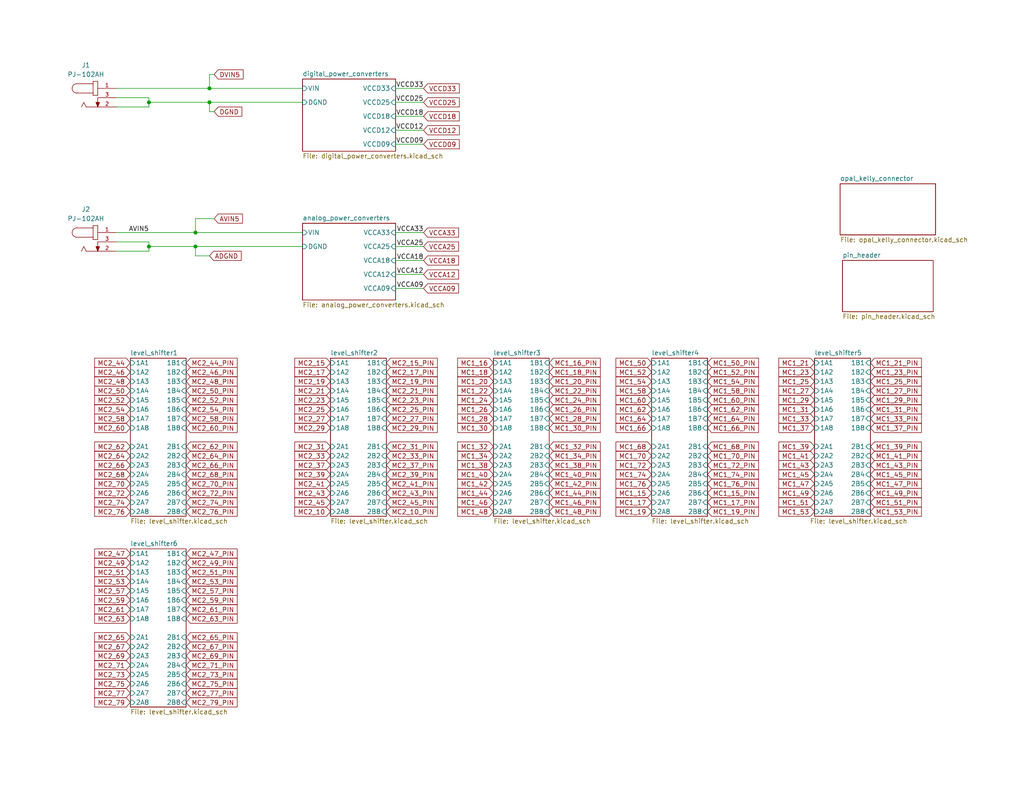
<source format=kicad_sch>
(kicad_sch (version 20231120) (generator "eeschema") (generator_version "8.0")
  (paper "USLetter")
  (lib_symbols
    (symbol "PJ-102AH_1" (pin_names (offset 1.016))
      (property "Reference" "J" (at -7.6258 5.0838 0))
      (property "Value" "PJ-102AH" (at -7.6296 -5.0864 0))
      (symbol "PJ-102AH_1_0_0"
        (arc (start -5.715 3.81) (mid -6.9794 2.54) (end -5.715 1.27) (stroke (width 0.1524)))
        (polyline (pts (xy -5.715 3.81) (xy -1.27 3.81)) (stroke (width 0.1524)))
        (polyline (pts (xy -3.81 -1.27) (xy -4.445 -2.54)) (stroke (width 0.1524)))
        (polyline (pts (xy -3.175 -2.54) (xy -3.81 -1.27)) (stroke (width 0.1524)))
        (polyline (pts (xy -1.27 0.635) (xy 0 0.635)) (stroke (width 0.1524)))
        (polyline (pts (xy -1.27 1.27) (xy -5.715 1.27)) (stroke (width 0.1524)))
        (polyline (pts (xy -1.27 1.27) (xy -1.27 0.635)) (stroke (width 0.1524)))
        (polyline (pts (xy -1.27 3.81) (xy -1.27 1.27)) (stroke (width 0.1524)))
        (polyline (pts (xy -1.27 4.445) (xy -1.27 3.81)) (stroke (width 0.1524)))
        (polyline (pts (xy 0 -2.54) (xy -3.175 -2.54)) (stroke (width 0.1524)))
        (polyline (pts (xy 0 0) (xy 0 -2.54)) (stroke (width 0.1524)))
        (polyline (pts (xy 0 0.635) (xy 0 4.445)) (stroke (width 0.1524)))
        (polyline (pts (xy 0 4.445) (xy -1.27 4.445)) (stroke (width 0.1524)))
        (polyline (pts (xy 0 -2.54) (xy -0.508 -1.27) (xy 0.508 -1.27) (xy 0 -2.54)) (stroke (width 0.1524)) (fill (type outline)))
        (pin passive line (at 5.08 2.54 180) (length 5.08) (name "~") (number "1"))
        (pin passive line (at 5.08 -2.54 180) (length 5.08) (name "~") (number "2"))
        (pin passive line (at 5.08 0 180) (length 5.08) (name "~") (number "3"))
      )
    )
  )
  (junction (at 53.34 63.5))
  (junction (at 40.64 67.31))
  (junction (at 57.15 27.94))
  (junction (at 57.15 24.13))
  (junction (at 53.34 67.31))
  (junction (at 40.64 27.94))
  (wire (pts (xy 58.42 30.48) (xy 57.15 30.48)))
  (wire (pts (xy 58.42 20.32) (xy 57.15 20.32)))
  (wire (pts (xy 57.15 27.94) (xy 82.55 27.94)))
  (wire (pts (xy 40.64 26.67) (xy 40.64 27.94)))
  (wire (pts (xy 57.15 24.13) (xy 82.55 24.13)))
  (wire (pts (xy 53.34 59.69) (xy 53.34 63.5)))
  (wire (pts (xy 57.15 69.85) (xy 53.34 69.85)))
  (wire (pts (xy 40.64 27.94) (xy 57.15 27.94)))
  (wire (pts (xy 31.75 68.58) (xy 40.64 68.58)))
  (wire (pts (xy 40.64 27.94) (xy 40.64 29.21)))
  (wire (pts (xy 53.34 63.5) (xy 82.55 63.5)))
  (wire (pts (xy 31.75 26.67) (xy 40.64 26.67)))
  (wire (pts (xy 107.95 67.31) (xy 115.57 67.31)))
  (wire (pts (xy 53.34 67.31) (xy 82.55 67.31)))
  (wire (pts (xy 57.15 30.48) (xy 57.15 27.94)))
  (wire (pts (xy 107.95 71.12) (xy 115.57 71.12)))
  (wire (pts (xy 31.75 63.5) (xy 53.34 63.5)))
  (wire (pts (xy 58.42 59.69) (xy 53.34 59.69)))
  (wire (pts (xy 40.64 67.31) (xy 40.64 68.58)))
  (wire (pts (xy 107.95 78.74) (xy 115.57 78.74)))
  (wire (pts (xy 31.75 66.04) (xy 40.64 66.04)))
  (wire (pts (xy 31.75 24.13) (xy 57.15 24.13)))
  (wire (pts (xy 107.95 39.37) (xy 115.57 39.37)))
  (wire (pts (xy 53.34 69.85) (xy 53.34 67.31)))
  (wire (pts (xy 107.95 31.75) (xy 115.57 31.75)))
  (wire (pts (xy 57.15 20.32) (xy 57.15 24.13)))
  (wire (pts (xy 40.64 67.31) (xy 53.34 67.31)))
  (wire (pts (xy 107.95 63.5) (xy 115.57 63.5)))
  (wire (pts (xy 107.95 74.93) (xy 115.57 74.93)))
  (wire (pts (xy 107.95 35.56) (xy 115.57 35.56)))
  (wire (pts (xy 107.95 24.13) (xy 115.57 24.13)))
  (wire (pts (xy 40.64 66.04) (xy 40.64 67.31)))
  (wire (pts (xy 107.95 27.94) (xy 115.57 27.94)))
  (wire (pts (xy 31.75 29.21) (xy 40.64 29.21)))
  (label "AVIN5" (at 40.64 63.5 180))
  (label "VCCA25" (at 115.57 67.31 180))
  (label "VCCD09" (at 115.57 39.37 180))
  (label "VCCD25" (at 115.57 27.94 180))
  (label "VCCD18" (at 115.57 31.75 180))
  (label "VCCD33" (at 115.57 24.13 180))
  (label "VCCA18" (at 115.57 71.12 180))
  (label "VCCD12" (at 115.57 35.56 180))
  (label "VCCA33" (at 115.57 63.5 180))
  (label "VCCA12" (at 115.57 74.93 180))
  (label "VCCA09" (at 115.57 78.74 180))
  (global_label "MC1_29_PIN" (shape input) (at 237.49 109.22 0) (property "Intersheetrefs" "${INTERSHEET_REFS}" (effects (hide yes))))
  (global_label "MC1_54" (shape input) (at 177.8 104.14 180) (property "Intersheetrefs" "${INTERSHEET_REFS}" (effects (hide yes))))
  (global_label "MC2_52_PIN" (shape input) (at 50.8 109.22 0) (property "Intersheetrefs" "${INTERSHEET_REFS}" (effects (hide yes))))
  (global_label "MC1_68" (shape input) (at 177.8 121.92 180) (property "Intersheetrefs" "${INTERSHEET_REFS}" (effects (hide yes))))
  (global_label "MC2_67" (shape input) (at 35.56 176.53 180) (property "Intersheetrefs" "${INTERSHEET_REFS}" (effects (hide yes))))
  (global_label "MC2_68" (shape input) (at 35.56 129.54 180) (property "Intersheetrefs" "${INTERSHEET_REFS}" (effects (hide yes))))
  (global_label "MC2_23_PIN" (shape input) (at 105.41 109.22 0) (property "Intersheetrefs" "${INTERSHEET_REFS}" (effects (hide yes))))
  (global_label "MC1_43" (shape input) (at 222.25 127 180) (property "Intersheetrefs" "${INTERSHEET_REFS}" (effects (hide yes))))
  (global_label "MC1_74_PIN" (shape input) (at 193.04 129.54 0) (property "Intersheetrefs" "${INTERSHEET_REFS}" (effects (hide yes))))
  (global_label "MC1_52_PIN" (shape input) (at 193.04 101.6 0) (property "Intersheetrefs" "${INTERSHEET_REFS}" (effects (hide yes))))
  (global_label "MC2_23" (shape input) (at 90.17 109.22 180) (property "Intersheetrefs" "${INTERSHEET_REFS}" (effects (hide yes))))
  (global_label "MC2_52" (shape input) (at 35.56 109.22 180) (property "Intersheetrefs" "${INTERSHEET_REFS}" (effects (hide yes))))
  (global_label "MC1_39_PIN" (shape input) (at 237.49 121.92 0) (property "Intersheetrefs" "${INTERSHEET_REFS}" (effects (hide yes))))
  (global_label "MC1_60_PIN" (shape input) (at 193.04 109.22 0) (property "Intersheetrefs" "${INTERSHEET_REFS}" (effects (hide yes))))
  (global_label "AVIN5" (shape input) (at 58.42 59.69 0) (property "Intersheetrefs" "${INTERSHEET_REFS}" (effects (hide yes))))
  (global_label "MC2_59_PIN" (shape input) (at 50.8 163.83 0) (property "Intersheetrefs" "${INTERSHEET_REFS}" (effects (hide yes))))
  (global_label "MC2_31_PIN" (shape input) (at 105.41 121.92 0) (property "Intersheetrefs" "${INTERSHEET_REFS}" (effects (hide yes))))
  (global_label "MC1_60" (shape input) (at 177.8 109.22 180) (property "Intersheetrefs" "${INTERSHEET_REFS}" (effects (hide yes))))
  (global_label "VCCD09" (shape input) (at 115.57 39.37 0) (property "Intersheetrefs" "${INTERSHEET_REFS}" (effects (hide yes))))
  (global_label "MC2_63_PIN" (shape input) (at 50.8 168.91 0) (property "Intersheetrefs" "${INTERSHEET_REFS}" (effects (hide yes))))
  (global_label "MC1_20" (shape input) (at 134.62 104.14 180) (property "Intersheetrefs" "${INTERSHEET_REFS}" (effects (hide yes))))
  (global_label "MC2_17_PIN" (shape input) (at 105.41 101.6 0) (property "Intersheetrefs" "${INTERSHEET_REFS}" (effects (hide yes))))
  (global_label "MC2_69_PIN" (shape input) (at 50.8 179.07 0) (property "Intersheetrefs" "${INTERSHEET_REFS}" (effects (hide yes))))
  (global_label "MC2_74" (shape input) (at 35.56 137.16 180) (property "Intersheetrefs" "${INTERSHEET_REFS}" (effects (hide yes))))
  (global_label "MC1_64_PIN" (shape input) (at 193.04 114.3 0) (property "Intersheetrefs" "${INTERSHEET_REFS}" (effects (hide yes))))
  (global_label "MC1_19_PIN" (shape input) (at 193.04 139.7 0) (property "Intersheetrefs" "${INTERSHEET_REFS}" (effects (hide yes))))
  (global_label "MC1_50" (shape input) (at 177.8 99.06 180) (property "Intersheetrefs" "${INTERSHEET_REFS}" (effects (hide yes))))
  (global_label "MC1_58" (shape input) (at 177.8 106.68 180) (property "Intersheetrefs" "${INTERSHEET_REFS}" (effects (hide yes))))
  (global_label "MC2_54" (shape input) (at 35.56 111.76 180) (property "Intersheetrefs" "${INTERSHEET_REFS}" (effects (hide yes))))
  (global_label "MC2_48_PIN" (shape input) (at 50.8 104.14 0) (property "Intersheetrefs" "${INTERSHEET_REFS}" (effects (hide yes))))
  (global_label "MC1_64" (shape input) (at 177.8 114.3 180) (property "Intersheetrefs" "${INTERSHEET_REFS}" (effects (hide yes))))
  (global_label "MC2_45_PIN" (shape input) (at 105.41 137.16 0) (property "Intersheetrefs" "${INTERSHEET_REFS}" (effects (hide yes))))
  (global_label "VCCA33" (shape input) (at 115.57 63.5 0) (property "Intersheetrefs" "${INTERSHEET_REFS}" (effects (hide yes))))
  (global_label "MC2_50" (shape input) (at 35.56 106.68 180) (property "Intersheetrefs" "${INTERSHEET_REFS}" (effects (hide yes))))
  (global_label "MC1_15_PIN" (shape input) (at 193.04 134.62 0) (property "Intersheetrefs" "${INTERSHEET_REFS}" (effects (hide yes))))
  (global_label "MC2_73" (shape input) (at 35.56 184.15 180) (property "Intersheetrefs" "${INTERSHEET_REFS}" (effects (hide yes))))
  (global_label "MC2_41" (shape input) (at 90.17 132.08 180) (property "Intersheetrefs" "${INTERSHEET_REFS}" (effects (hide yes))))
  (global_label "MC2_79_PIN" (shape input) (at 50.8 191.77 0) (property "Intersheetrefs" "${INTERSHEET_REFS}" (effects (hide yes))))
  (global_label "MC2_39_PIN" (shape input) (at 105.41 129.54 0) (property "Intersheetrefs" "${INTERSHEET_REFS}" (effects (hide yes))))
  (global_label "MC1_26_PIN" (shape input) (at 149.86 111.76 0) (property "Intersheetrefs" "${INTERSHEET_REFS}" (effects (hide yes))))
  (global_label "MC2_57" (shape input) (at 35.56 161.29 180) (property "Intersheetrefs" "${INTERSHEET_REFS}" (effects (hide yes))))
  (global_label "MC2_19_PIN" (shape input) (at 105.41 104.14 0) (property "Intersheetrefs" "${INTERSHEET_REFS}" (effects (hide yes))))
  (global_label "MC2_74_PIN" (shape input) (at 50.8 137.16 0) (property "Intersheetrefs" "${INTERSHEET_REFS}" (effects (hide yes))))
  (global_label "MC1_20_PIN" (shape input) (at 149.86 104.14 0) (property "Intersheetrefs" "${INTERSHEET_REFS}" (effects (hide yes))))
  (global_label "MC2_15_PIN" (shape input) (at 105.41 99.06 0) (property "Intersheetrefs" "${INTERSHEET_REFS}" (effects (hide yes))))
  (global_label "MC2_58_PIN" (shape input) (at 50.8 114.3 0) (property "Intersheetrefs" "${INTERSHEET_REFS}" (effects (hide yes))))
  (global_label "MC1_17_PIN" (shape input) (at 193.04 137.16 0) (property "Intersheetrefs" "${INTERSHEET_REFS}" (effects (hide yes))))
  (global_label "VCCD12" (shape input) (at 115.57 35.56 0) (property "Intersheetrefs" "${INTERSHEET_REFS}" (effects (hide yes))))
  (global_label "MC2_54_PIN" (shape input) (at 50.8 111.76 0) (property "Intersheetrefs" "${INTERSHEET_REFS}" (effects (hide yes))))
  (global_label "MC1_72_PIN" (shape input) (at 193.04 127 0) (property "Intersheetrefs" "${INTERSHEET_REFS}" (effects (hide yes))))
  (global_label "MC1_16_PIN" (shape input) (at 149.86 99.06 0) (property "Intersheetrefs" "${INTERSHEET_REFS}" (effects (hide yes))))
  (global_label "MC1_48_PIN" (shape input) (at 149.86 139.7 0) (property "Intersheetrefs" "${INTERSHEET_REFS}" (effects (hide yes))))
  (global_label "MC2_59" (shape input) (at 35.56 163.83 180) (property "Intersheetrefs" "${INTERSHEET_REFS}" (effects (hide yes))))
  (global_label "MC2_75_PIN" (shape input) (at 50.8 186.69 0) (property "Intersheetrefs" "${INTERSHEET_REFS}" (effects (hide yes))))
  (global_label "MC2_73_PIN" (shape input) (at 50.8 184.15 0) (property "Intersheetrefs" "${INTERSHEET_REFS}" (effects (hide yes))))
  (global_label "MC2_51" (shape input) (at 35.56 156.21 180) (property "Intersheetrefs" "${INTERSHEET_REFS}" (effects (hide yes))))
  (global_label "MC1_70" (shape input) (at 177.8 124.46 180) (property "Intersheetrefs" "${INTERSHEET_REFS}" (effects (hide yes))))
  (global_label "MC2_62" (shape input) (at 35.56 121.92 180) (property "Intersheetrefs" "${INTERSHEET_REFS}" (effects (hide yes))))
  (global_label "MC1_16" (shape input) (at 134.62 99.06 180) (property "Intersheetrefs" "${INTERSHEET_REFS}" (effects (hide yes))))
  (global_label "MC2_10_PIN" (shape input) (at 105.41 139.7 0) (property "Intersheetrefs" "${INTERSHEET_REFS}" (effects (hide yes))))
  (global_label "MC2_27" (shape input) (at 90.17 114.3 180) (property "Intersheetrefs" "${INTERSHEET_REFS}" (effects (hide yes))))
  (global_label "MC2_33_PIN" (shape input) (at 105.41 124.46 0) (property "Intersheetrefs" "${INTERSHEET_REFS}" (effects (hide yes))))
  (global_label "MC2_39" (shape input) (at 90.17 129.54 180) (property "Intersheetrefs" "${INTERSHEET_REFS}" (effects (hide yes))))
  (global_label "MC2_77_PIN" (shape input) (at 50.8 189.23 0) (property "Intersheetrefs" "${INTERSHEET_REFS}" (effects (hide yes))))
  (global_label "MC1_45_PIN" (shape input) (at 237.49 129.54 0) (property "Intersheetrefs" "${INTERSHEET_REFS}" (effects (hide yes))))
  (global_label "MC1_34_PIN" (shape input) (at 149.86 124.46 0) (property "Intersheetrefs" "${INTERSHEET_REFS}" (effects (hide yes))))
  (global_label "MC2_21_PIN" (shape input) (at 105.41 106.68 0) (property "Intersheetrefs" "${INTERSHEET_REFS}" (effects (hide yes))))
  (global_label "MC1_27_PIN" (shape input) (at 237.49 106.68 0) (property "Intersheetrefs" "${INTERSHEET_REFS}" (effects (hide yes))))
  (global_label "MC1_19" (shape input) (at 177.8 139.7 180) (property "Intersheetrefs" "${INTERSHEET_REFS}" (effects (hide yes))))
  (global_label "MC1_49" (shape input) (at 222.25 134.62 180) (property "Intersheetrefs" "${INTERSHEET_REFS}" (effects (hide yes))))
  (global_label "MC1_18" (shape input) (at 134.62 101.6 180) (property "Intersheetrefs" "${INTERSHEET_REFS}" (effects (hide yes))))
  (global_label "MC1_46_PIN" (shape input) (at 149.86 137.16 0) (property "Intersheetrefs" "${INTERSHEET_REFS}" (effects (hide yes))))
  (global_label "MC1_52" (shape input) (at 177.8 101.6 180) (property "Intersheetrefs" "${INTERSHEET_REFS}" (effects (hide yes))))
  (global_label "MC1_66_PIN" (shape input) (at 193.04 116.84 0) (property "Intersheetrefs" "${INTERSHEET_REFS}" (effects (hide yes))))
  (global_label "MC2_41_PIN" (shape input) (at 105.41 132.08 0) (property "Intersheetrefs" "${INTERSHEET_REFS}" (effects (hide yes))))
  (global_label "DGND" (shape input) (at 58.42 30.48 0) (property "Intersheetrefs" "${INTERSHEET_REFS}" (effects (hide yes))))
  (global_label "MC1_51_PIN" (shape input) (at 237.49 137.16 0) (property "Intersheetrefs" "${INTERSHEET_REFS}" (effects (hide yes))))
  (global_label "MC1_24_PIN" (shape input) (at 149.86 109.22 0) (property "Intersheetrefs" "${INTERSHEET_REFS}" (effects (hide yes))))
  (global_label "MC2_25" (shape input) (at 90.17 111.76 180) (property "Intersheetrefs" "${INTERSHEET_REFS}" (effects (hide yes))))
  (global_label "VCCA25" (shape input) (at 115.57 67.31 0) (property "Intersheetrefs" "${INTERSHEET_REFS}" (effects (hide yes))))
  (global_label "MC1_21_PIN" (shape input) (at 237.49 99.06 0) (property "Intersheetrefs" "${INTERSHEET_REFS}" (effects (hide yes))))
  (global_label "MC1_37_PIN" (shape input) (at 237.49 116.84 0) (property "Intersheetrefs" "${INTERSHEET_REFS}" (effects (hide yes))))
  (global_label "MC1_22" (shape input) (at 134.62 106.68 180) (property "Intersheetrefs" "${INTERSHEET_REFS}" (effects (hide yes))))
  (global_label "MC1_23_PIN" (shape input) (at 237.49 101.6 0) (property "Intersheetrefs" "${INTERSHEET_REFS}" (effects (hide yes))))
  (global_label "MC1_25_PIN" (shape input) (at 237.49 104.14 0) (property "Intersheetrefs" "${INTERSHEET_REFS}" (effects (hide yes))))
  (global_label "MC2_60_PIN" (shape input) (at 50.8 116.84 0) (property "Intersheetrefs" "${INTERSHEET_REFS}" (effects (hide yes))))
  (global_label "MC2_75" (shape input) (at 35.56 186.69 180) (property "Intersheetrefs" "${INTERSHEET_REFS}" (effects (hide yes))))
  (global_label "MC1_74" (shape input) (at 177.8 129.54 180) (property "Intersheetrefs" "${INTERSHEET_REFS}" (effects (hide yes))))
  (global_label "MC2_79" (shape input) (at 35.56 191.77 180) (property "Intersheetrefs" "${INTERSHEET_REFS}" (effects (hide yes))))
  (global_label "MC1_62" (shape input) (at 177.8 111.76 180) (property "Intersheetrefs" "${INTERSHEET_REFS}" (effects (hide yes))))
  (global_label "MC2_76_PIN" (shape input) (at 50.8 139.7 0) (property "Intersheetrefs" "${INTERSHEET_REFS}" (effects (hide yes))))
  (global_label "MC2_49_PIN" (shape input) (at 50.8 153.67 0) (property "Intersheetrefs" "${INTERSHEET_REFS}" (effects (hide yes))))
  (global_label "MC2_27_PIN" (shape input) (at 105.41 114.3 0) (property "Intersheetrefs" "${INTERSHEET_REFS}" (effects (hide yes))))
  (global_label "MC1_66" (shape input) (at 177.8 116.84 180) (property "Intersheetrefs" "${INTERSHEET_REFS}" (effects (hide yes))))
  (global_label "MC1_72" (shape input) (at 177.8 127 180) (property "Intersheetrefs" "${INTERSHEET_REFS}" (effects (hide yes))))
  (global_label "MC1_29" (shape input) (at 222.25 109.22 180) (property "Intersheetrefs" "${INTERSHEET_REFS}" (effects (hide yes))))
  (global_label "MC2_66_PIN" (shape input) (at 50.8 127 0) (property "Intersheetrefs" "${INTERSHEET_REFS}" (effects (hide yes))))
  (global_label "VCCD25" (shape input) (at 115.57 27.94 0) (property "Intersheetrefs" "${INTERSHEET_REFS}" (effects (hide yes))))
  (global_label "MC2_72_PIN" (shape input) (at 50.8 134.62 0) (property "Intersheetrefs" "${INTERSHEET_REFS}" (effects (hide yes))))
  (global_label "MC1_17" (shape input) (at 177.8 137.16 180) (property "Intersheetrefs" "${INTERSHEET_REFS}" (effects (hide yes))))
  (global_label "MC2_58" (shape input) (at 35.56 114.3 180) (property "Intersheetrefs" "${INTERSHEET_REFS}" (effects (hide yes))))
  (global_label "MC2_47" (shape input) (at 35.56 151.13 180) (property "Intersheetrefs" "${INTERSHEET_REFS}" (effects (hide yes))))
  (global_label "MC1_45" (shape input) (at 222.25 129.54 180) (property "Intersheetrefs" "${INTERSHEET_REFS}" (effects (hide yes))))
  (global_label "ADGND" (shape input) (at 57.15 69.85 0) (property "Intersheetrefs" "${INTERSHEET_REFS}" (effects (hide yes))))
  (global_label "MC1_48" (shape input) (at 134.62 139.7 180) (property "Intersheetrefs" "${INTERSHEET_REFS}" (effects (hide yes))))
  (global_label "MC1_22_PIN" (shape input) (at 149.86 106.68 0) (property "Intersheetrefs" "${INTERSHEET_REFS}" (effects (hide yes))))
  (global_label "VCCA12" (shape input) (at 115.57 74.93 0) (property "Intersheetrefs" "${INTERSHEET_REFS}" (effects (hide yes))))
  (global_label "MC2_60" (shape input) (at 35.56 116.84 180) (property "Intersheetrefs" "${INTERSHEET_REFS}" (effects (hide yes))))
  (global_label "MC2_37_PIN" (shape input) (at 105.41 127 0) (property "Intersheetrefs" "${INTERSHEET_REFS}" (effects (hide yes))))
  (global_label "MC2_46" (shape input) (at 35.56 101.6 180) (property "Intersheetrefs" "${INTERSHEET_REFS}" (effects (hide yes))))
  (global_label "MC2_44" (shape input) (at 35.56 99.06 180) (property "Intersheetrefs" "${INTERSHEET_REFS}" (effects (hide yes))))
  (global_label "MC1_32" (shape input) (at 134.62 121.92 180) (property "Intersheetrefs" "${INTERSHEET_REFS}" (effects (hide yes))))
  (global_label "MC2_29_PIN" (shape input) (at 105.41 116.84 0) (property "Intersheetrefs" "${INTERSHEET_REFS}" (effects (hide yes))))
  (global_label "MC1_51" (shape input) (at 222.25 137.16 180) (property "Intersheetrefs" "${INTERSHEET_REFS}" (effects (hide yes))))
  (global_label "VCCD33" (shape input) (at 115.57 24.13 0) (property "Intersheetrefs" "${INTERSHEET_REFS}" (effects (hide yes))))
  (global_label "MC1_18_PIN" (shape input) (at 149.86 101.6 0) (property "Intersheetrefs" "${INTERSHEET_REFS}" (effects (hide yes))))
  (global_label "MC1_46" (shape input) (at 134.62 137.16 180) (property "Intersheetrefs" "${INTERSHEET_REFS}" (effects (hide yes))))
  (global_label "MC2_33" (shape input) (at 90.17 124.46 180) (property "Intersheetrefs" "${INTERSHEET_REFS}" (effects (hide yes))))
  (global_label "MC1_30_PIN" (shape input) (at 149.86 116.84 0) (property "Intersheetrefs" "${INTERSHEET_REFS}" (effects (hide yes))))
  (global_label "MC2_31" (shape input) (at 90.17 121.92 180) (property "Intersheetrefs" "${INTERSHEET_REFS}" (effects (hide yes))))
  (global_label "MC2_46_PIN" (shape input) (at 50.8 101.6 0) (property "Intersheetrefs" "${INTERSHEET_REFS}" (effects (hide yes))))
  (global_label "MC1_28" (shape input) (at 134.62 114.3 180) (property "Intersheetrefs" "${INTERSHEET_REFS}" (effects (hide yes))))
  (global_label "MC2_64_PIN" (shape input) (at 50.8 124.46 0) (property "Intersheetrefs" "${INTERSHEET_REFS}" (effects (hide yes))))
  (global_label "MC1_62_PIN" (shape input) (at 193.04 111.76 0) (property "Intersheetrefs" "${INTERSHEET_REFS}" (effects (hide yes))))
  (global_label "MC1_49_PIN" (shape input) (at 237.49 134.62 0) (property "Intersheetrefs" "${INTERSHEET_REFS}" (effects (hide yes))))
  (global_label "MC2_71_PIN" (shape input) (at 50.8 181.61 0) (property "Intersheetrefs" "${INTERSHEET_REFS}" (effects (hide yes))))
  (global_label "MC1_33_PIN" (shape input) (at 237.49 114.3 0) (property "Intersheetrefs" "${INTERSHEET_REFS}" (effects (hide yes))))
  (global_label "MC2_63" (shape input) (at 35.56 168.91 180) (property "Intersheetrefs" "${INTERSHEET_REFS}" (effects (hide yes))))
  (global_label "DVIN5" (shape input) (at 58.42 20.32 0) (property "Intersheetrefs" "${INTERSHEET_REFS}" (effects (hide yes))))
  (global_label "MC1_47_PIN" (shape input) (at 237.49 132.08 0) (property "Intersheetrefs" "${INTERSHEET_REFS}" (effects (hide yes))))
  (global_label "MC1_40_PIN" (shape input) (at 149.86 129.54 0) (property "Intersheetrefs" "${INTERSHEET_REFS}" (effects (hide yes))))
  (global_label "MC2_48" (shape input) (at 35.56 104.14 180) (property "Intersheetrefs" "${INTERSHEET_REFS}" (effects (hide yes))))
  (global_label "MC1_70_PIN" (shape input) (at 193.04 124.46 0) (property "Intersheetrefs" "${INTERSHEET_REFS}" (effects (hide yes))))
  (global_label "MC2_68_PIN" (shape input) (at 50.8 129.54 0) (property "Intersheetrefs" "${INTERSHEET_REFS}" (effects (hide yes))))
  (global_label "MC2_67_PIN" (shape input) (at 50.8 176.53 0) (property "Intersheetrefs" "${INTERSHEET_REFS}" (effects (hide yes))))
  (global_label "MC1_44_PIN" (shape input) (at 149.86 134.62 0) (property "Intersheetrefs" "${INTERSHEET_REFS}" (effects (hide yes))))
  (global_label "MC2_77" (shape input) (at 35.56 189.23 180) (property "Intersheetrefs" "${INTERSHEET_REFS}" (effects (hide yes))))
  (global_label "MC2_65_PIN" (shape input) (at 50.8 173.99 0) (property "Intersheetrefs" "${INTERSHEET_REFS}" (effects (hide yes))))
  (global_label "MC1_33" (shape input) (at 222.25 114.3 180) (property "Intersheetrefs" "${INTERSHEET_REFS}" (effects (hide yes))))
  (global_label "MC2_64" (shape input) (at 35.56 124.46 180) (property "Intersheetrefs" "${INTERSHEET_REFS}" (effects (hide yes))))
  (global_label "MC1_31" (shape input) (at 222.25 111.76 180) (property "Intersheetrefs" "${INTERSHEET_REFS}" (effects (hide yes))))
  (global_label "MC1_53" (shape input) (at 222.25 139.7 180) (property "Intersheetrefs" "${INTERSHEET_REFS}" (effects (hide yes))))
  (global_label "MC1_26" (shape input) (at 134.62 111.76 180) (property "Intersheetrefs" "${INTERSHEET_REFS}" (effects (hide yes))))
  (global_label "MC2_70" (shape input) (at 35.56 132.08 180) (property "Intersheetrefs" "${INTERSHEET_REFS}" (effects (hide yes))))
  (global_label "MC2_71" (shape input) (at 35.56 181.61 180) (property "Intersheetrefs" "${INTERSHEET_REFS}" (effects (hide yes))))
  (global_label "MC2_66" (shape input) (at 35.56 127 180) (property "Intersheetrefs" "${INTERSHEET_REFS}" (effects (hide yes))))
  (global_label "MC2_17" (shape input) (at 90.17 101.6 180) (property "Intersheetrefs" "${INTERSHEET_REFS}" (effects (hide yes))))
  (global_label "MC2_37" (shape input) (at 90.17 127 180) (property "Intersheetrefs" "${INTERSHEET_REFS}" (effects (hide yes))))
  (global_label "MC1_30" (shape input) (at 134.62 116.84 180) (property "Intersheetrefs" "${INTERSHEET_REFS}" (effects (hide yes))))
  (global_label "MC1_42" (shape input) (at 134.62 132.08 180) (property "Intersheetrefs" "${INTERSHEET_REFS}" (effects (hide yes))))
  (global_label "MC1_41" (shape input) (at 222.25 124.46 180) (property "Intersheetrefs" "${INTERSHEET_REFS}" (effects (hide yes))))
  (global_label "MC2_72" (shape input) (at 35.56 134.62 180) (property "Intersheetrefs" "${INTERSHEET_REFS}" (effects (hide yes))))
  (global_label "MC2_69" (shape input) (at 35.56 179.07 180) (property "Intersheetrefs" "${INTERSHEET_REFS}" (effects (hide yes))))
  (global_label "MC2_29" (shape input) (at 90.17 116.84 180) (property "Intersheetrefs" "${INTERSHEET_REFS}" (effects (hide yes))))
  (global_label "MC1_32_PIN" (shape input) (at 149.86 121.92 0) (property "Intersheetrefs" "${INTERSHEET_REFS}" (effects (hide yes))))
  (global_label "MC1_31_PIN" (shape input) (at 237.49 111.76 0) (property "Intersheetrefs" "${INTERSHEET_REFS}" (effects (hide yes))))
  (global_label "MC1_76_PIN" (shape input) (at 193.04 132.08 0) (property "Intersheetrefs" "${INTERSHEET_REFS}" (effects (hide yes))))
  (global_label "MC1_41_PIN" (shape input) (at 237.49 124.46 0) (property "Intersheetrefs" "${INTERSHEET_REFS}" (effects (hide yes))))
  (global_label "MC1_47" (shape input) (at 222.25 132.08 180) (property "Intersheetrefs" "${INTERSHEET_REFS}" (effects (hide yes))))
  (global_label "MC1_76" (shape input) (at 177.8 132.08 180) (property "Intersheetrefs" "${INTERSHEET_REFS}" (effects (hide yes))))
  (global_label "MC2_65" (shape input) (at 35.56 173.99 180) (property "Intersheetrefs" "${INTERSHEET_REFS}" (effects (hide yes))))
  (global_label "MC2_21" (shape input) (at 90.17 106.68 180) (property "Intersheetrefs" "${INTERSHEET_REFS}" (effects (hide yes))))
  (global_label "MC1_42_PIN" (shape input) (at 149.86 132.08 0) (property "Intersheetrefs" "${INTERSHEET_REFS}" (effects (hide yes))))
  (global_label "VCCD18" (shape input) (at 115.57 31.75 0) (property "Intersheetrefs" "${INTERSHEET_REFS}" (effects (hide yes))))
  (global_label "MC2_49" (shape input) (at 35.56 153.67 180) (property "Intersheetrefs" "${INTERSHEET_REFS}" (effects (hide yes))))
  (global_label "MC2_61" (shape input) (at 35.56 166.37 180) (property "Intersheetrefs" "${INTERSHEET_REFS}" (effects (hide yes))))
  (global_label "MC1_25" (shape input) (at 222.25 104.14 180) (property "Intersheetrefs" "${INTERSHEET_REFS}" (effects (hide yes))))
  (global_label "MC2_51_PIN" (shape input) (at 50.8 156.21 0) (property "Intersheetrefs" "${INTERSHEET_REFS}" (effects (hide yes))))
  (global_label "MC2_61_PIN" (shape input) (at 50.8 166.37 0) (property "Intersheetrefs" "${INTERSHEET_REFS}" (effects (hide yes))))
  (global_label "MC1_28_PIN" (shape input) (at 149.86 114.3 0) (property "Intersheetrefs" "${INTERSHEET_REFS}" (effects (hide yes))))
  (global_label "MC1_21" (shape input) (at 222.25 99.06 180) (property "Intersheetrefs" "${INTERSHEET_REFS}" (effects (hide yes))))
  (global_label "MC1_40" (shape input) (at 134.62 129.54 180) (property "Intersheetrefs" "${INTERSHEET_REFS}" (effects (hide yes))))
  (global_label "VCCA09" (shape input) (at 115.57 78.74 0) (property "Intersheetrefs" "${INTERSHEET_REFS}" (effects (hide yes))))
  (global_label "MC2_57_PIN" (shape input) (at 50.8 161.29 0) (property "Intersheetrefs" "${INTERSHEET_REFS}" (effects (hide yes))))
  (global_label "MC1_15" (shape input) (at 177.8 134.62 180) (property "Intersheetrefs" "${INTERSHEET_REFS}" (effects (hide yes))))
  (global_label "MC2_44_PIN" (shape input) (at 50.8 99.06 0) (property "Intersheetrefs" "${INTERSHEET_REFS}" (effects (hide yes))))
  (global_label "MC2_25_PIN" (shape input) (at 105.41 111.76 0) (property "Intersheetrefs" "${INTERSHEET_REFS}" (effects (hide yes))))
  (global_label "MC2_43_PIN" (shape input) (at 105.41 134.62 0) (property "Intersheetrefs" "${INTERSHEET_REFS}" (effects (hide yes))))
  (global_label "MC1_68_PIN" (shape input) (at 193.04 121.92 0) (property "Intersheetrefs" "${INTERSHEET_REFS}" (effects (hide yes))))
  (global_label "MC2_47_PIN" (shape input) (at 50.8 151.13 0) (property "Intersheetrefs" "${INTERSHEET_REFS}" (effects (hide yes))))
  (global_label "MC1_39" (shape input) (at 222.25 121.92 180) (property "Intersheetrefs" "${INTERSHEET_REFS}" (effects (hide yes))))
  (global_label "MC2_15" (shape input) (at 90.17 99.06 180) (property "Intersheetrefs" "${INTERSHEET_REFS}" (effects (hide yes))))
  (global_label "MC1_44" (shape input) (at 134.62 134.62 180) (property "Intersheetrefs" "${INTERSHEET_REFS}" (effects (hide yes))))
  (global_label "MC1_58_PIN" (shape input) (at 193.04 106.68 0) (property "Intersheetrefs" "${INTERSHEET_REFS}" (effects (hide yes))))
  (global_label "MC2_50_PIN" (shape input) (at 50.8 106.68 0) (property "Intersheetrefs" "${INTERSHEET_REFS}" (effects (hide yes))))
  (global_label "MC2_53" (shape input) (at 35.56 158.75 180) (property "Intersheetrefs" "${INTERSHEET_REFS}" (effects (hide yes))))
  (global_label "MC2_70_PIN" (shape input) (at 50.8 132.08 0) (property "Intersheetrefs" "${INTERSHEET_REFS}" (effects (hide yes))))
  (global_label "MC1_53_PIN" (shape input) (at 237.49 139.7 0) (property "Intersheetrefs" "${INTERSHEET_REFS}" (effects (hide yes))))
  (global_label "MC2_76" (shape input) (at 35.56 139.7 180) (property "Intersheetrefs" "${INTERSHEET_REFS}" (effects (hide yes))))
  (global_label "VCCA18" (shape input) (at 115.57 71.12 0) (property "Intersheetrefs" "${INTERSHEET_REFS}" (effects (hide yes))))
  (global_label "MC1_27" (shape input) (at 222.25 106.68 180) (property "Intersheetrefs" "${INTERSHEET_REFS}" (effects (hide yes))))
  (global_label "MC1_43_PIN" (shape input) (at 237.49 127 0) (property "Intersheetrefs" "${INTERSHEET_REFS}" (effects (hide yes))))
  (global_label "MC2_53_PIN" (shape input) (at 50.8 158.75 0) (property "Intersheetrefs" "${INTERSHEET_REFS}" (effects (hide yes))))
  (global_label "MC2_62_PIN" (shape input) (at 50.8 121.92 0) (property "Intersheetrefs" "${INTERSHEET_REFS}" (effects (hide yes))))
  (global_label "MC2_45" (shape input) (at 90.17 137.16 180) (property "Intersheetrefs" "${INTERSHEET_REFS}" (effects (hide yes))))
  (global_label "MC2_19" (shape input) (at 90.17 104.14 180) (property "Intersheetrefs" "${INTERSHEET_REFS}" (effects (hide yes))))
  (global_label "MC1_38_PIN" (shape input) (at 149.86 127 0) (property "Intersheetrefs" "${INTERSHEET_REFS}" (effects (hide yes))))
  (global_label "MC2_43" (shape input) (at 90.17 134.62 180) (property "Intersheetrefs" "${INTERSHEET_REFS}" (effects (hide yes))))
  (global_label "MC1_37" (shape input) (at 222.25 116.84 180) (property "Intersheetrefs" "${INTERSHEET_REFS}" (effects (hide yes))))
  (global_label "MC1_38" (shape input) (at 134.62 127 180) (property "Intersheetrefs" "${INTERSHEET_REFS}" (effects (hide yes))))
  (global_label "MC1_24" (shape input) (at 134.62 109.22 180) (property "Intersheetrefs" "${INTERSHEET_REFS}" (effects (hide yes))))
  (global_label "MC1_23" (shape input) (at 222.25 101.6 180) (property "Intersheetrefs" "${INTERSHEET_REFS}" (effects (hide yes))))
  (global_label "MC1_34" (shape input) (at 134.62 124.46 180) (property "Intersheetrefs" "${INTERSHEET_REFS}" (effects (hide yes))))
  (global_label "MC2_10" (shape input) (at 90.17 139.7 180) (property "Intersheetrefs" "${INTERSHEET_REFS}" (effects (hide yes))))
  (global_label "MC1_54_PIN" (shape input) (at 193.04 104.14 0) (property "Intersheetrefs" "${INTERSHEET_REFS}" (effects (hide yes))))
  (global_label "MC1_50_PIN" (shape input) (at 193.04 99.06 0) (property "Intersheetrefs" "${INTERSHEET_REFS}" (effects (hide yes))))
  (symbol (lib_name "PJ-102AH_1") (lib_id "AVLSI:PJ-102AH") (at 26.67 66.04 0) (unit 1)
    (property "Reference" "J2" (at 23.4343 57.15 0))
    (property "Value" "PJ-102AH" (at 23.4343 59.69 0))
    (property "Footprint" "Connector_BarrelJack:BarrelJack_CUI_PJ-102AH_Horizontal" (effects (hide yes)))
    (property "STANDARD" "Manufacturer recommendations" (effects (hide yes)))
    (property "PART_REV" "1.02" (effects (hide yes)))
    (property "MANUFACTURER" "CUI INC" (effects (hide yes)))
  )
  (symbol (lib_name "PJ-102AH_1") (lib_id "AVLSI:PJ-102AH") (at 26.67 26.67 0) (unit 1)
    (property "Reference" "J1" (at 23.4343 17.78 0))
    (property "Value" "PJ-102AH" (at 23.4343 20.32 0))
    (property "Footprint" "Connector_BarrelJack:BarrelJack_CUI_PJ-102AH_Horizontal" (effects (hide yes)))
    (property "STANDARD" "Manufacturer recommendations" (effects (hide yes)))
    (property "PART_REV" "1.02" (effects (hide yes)))
    (property "MANUFACTURER" "CUI INC" (effects (hide yes)))
  )
  (sheet (at 222.25 97.79) (size 15.24 43.18) (stroke (width 0.1524))
    (property "Sheetname" "level_shifter5" (at 222.25 97.0784 0) (effects (justify left bottom)))
    (property "Sheetfile" "level_shifter.kicad_sch" (at 220.98 141.5546 0) (effects (justify left top)))
    (pin "1B2" input (at 237.49 101.6 0))
    (pin "1B1" input (at 237.49 99.06 0))
    (pin "1B3" input (at 237.49 104.14 0))
    (pin "1B4" input (at 237.49 106.68 0))
    (pin "1B5" input (at 237.49 109.22 0))
    (pin "1B6" input (at 237.49 111.76 0))
    (pin "1B7" input (at 237.49 114.3 0))
    (pin "1B8" input (at 237.49 116.84 0))
    (pin "2B1" input (at 237.49 121.92 0))
    (pin "2B2" input (at 237.49 124.46 0))
    (pin "2B7" input (at 237.49 137.16 0))
    (pin "2B8" input (at 237.49 139.7 0))
    (pin "1A1" input (at 222.25 99.06 180))
    (pin "1A2" input (at 222.25 101.6 180))
    (pin "1A3" input (at 222.25 104.14 180))
    (pin "2B3" input (at 237.49 127 0))
    (pin "2B4" input (at 237.49 129.54 0))
    (pin "2B5" input (at 237.49 132.08 0))
    (pin "2B6" input (at 237.49 134.62 0))
    (pin "1A4" input (at 222.25 106.68 180))
    (pin "2A8" input (at 222.25 139.7 180))
    (pin "2A7" input (at 222.25 137.16 180))
    (pin "1A5" input (at 222.25 109.22 180))
    (pin "1A8" input (at 222.25 116.84 180))
    (pin "1A6" input (at 222.25 111.76 180))
    (pin "1A7" input (at 222.25 114.3 180))
    (pin "2A1" input (at 222.25 121.92 180))
    (pin "2A2" input (at 222.25 124.46 180))
    (pin "2A3" input (at 222.25 127 180))
    (pin "2A4" input (at 222.25 129.54 180))
    (pin "2A5" input (at 222.25 132.08 180))
    (pin "2A6" input (at 222.25 134.62 180))
  )
  (sheet (at 82.55 21.59) (size 25.4 19.685) (stroke (width 0.1524))
    (property "Sheetname" "digital_power_converters" (at 82.55 20.8784 0) (effects (justify left bottom)))
    (property "Sheetfile" "digital_power_converters.kicad_sch" (at 82.55 41.8596 0) (effects (justify left top)))
    (pin "DGND" input (at 82.55 27.94 180))
    (pin "VIN" input (at 82.55 24.13 180))
    (pin "VCCD18" input (at 107.95 31.75 0))
    (pin "VCCD12" input (at 107.95 35.56 0))
    (pin "VCCD33" input (at 107.95 24.13 0))
    (pin "VCCD25" input (at 107.95 27.94 0))
    (pin "VCCD09" input (at 107.95 39.37 0))
  )
  (sheet (at 229.235 50.165) (size 26.035 13.97) (stroke (width 0.1524))
    (property "Sheetname" "opal_kelly_connector" (at 229.235 49.4534 0) (effects (justify left bottom)))
    (property "Sheetfile" "opal_kelly_connector.kicad_sch" (at 229.235 64.7196 0) (effects (justify left top)))
  )
  (sheet (at 35.56 97.79) (size 15.24 43.18) (stroke (width 0.1524))
    (property "Sheetname" "level_shifter1" (at 35.56 97.0784 0) (effects (justify left bottom)))
    (property "Sheetfile" "level_shifter.kicad_sch" (at 35.56 141.5546 0) (effects (justify left top)))
    (pin "1B2" input (at 50.8 101.6 0))
    (pin "1B1" input (at 50.8 99.06 0))
    (pin "1B3" input (at 50.8 104.14 0))
    (pin "1B4" input (at 50.8 106.68 0))
    (pin "1B5" input (at 50.8 109.22 0))
    (pin "1B6" input (at 50.8 111.76 0))
    (pin "1B7" input (at 50.8 114.3 0))
    (pin "1B8" input (at 50.8 116.84 0))
    (pin "2B1" input (at 50.8 121.92 0))
    (pin "2B2" input (at 50.8 124.46 0))
    (pin "2B7" input (at 50.8 137.16 0))
    (pin "2B8" input (at 50.8 139.7 0))
    (pin "1A1" input (at 35.56 99.06 180))
    (pin "1A2" input (at 35.56 101.6 180))
    (pin "1A3" input (at 35.56 104.14 180))
    (pin "2B3" input (at 50.8 127 0))
    (pin "2B4" input (at 50.8 129.54 0))
    (pin "2B5" input (at 50.8 132.08 0))
    (pin "2B6" input (at 50.8 134.62 0))
    (pin "1A4" input (at 35.56 106.68 180))
    (pin "2A8" input (at 35.56 139.7 180))
    (pin "2A7" input (at 35.56 137.16 180))
    (pin "1A5" input (at 35.56 109.22 180))
    (pin "1A8" input (at 35.56 116.84 180))
    (pin "1A6" input (at 35.56 111.76 180))
    (pin "1A7" input (at 35.56 114.3 180))
    (pin "2A1" input (at 35.56 121.92 180))
    (pin "2A2" input (at 35.56 124.46 180))
    (pin "2A3" input (at 35.56 127 180))
    (pin "2A4" input (at 35.56 129.54 180))
    (pin "2A5" input (at 35.56 132.08 180))
    (pin "2A6" input (at 35.56 134.62 180))
  )
  (sheet (at 90.17 97.79) (size 15.24 43.18) (stroke (width 0.1524))
    (property "Sheetname" "level_shifter2" (at 90.17 97.0784 0) (effects (justify left bottom)))
    (property "Sheetfile" "level_shifter.kicad_sch" (at 90.17 141.5546 0) (effects (justify left top)))
    (pin "1B2" input (at 105.41 101.6 0))
    (pin "1B1" input (at 105.41 99.06 0))
    (pin "1B3" input (at 105.41 104.14 0))
    (pin "1B4" input (at 105.41 106.68 0))
    (pin "1B5" input (at 105.41 109.22 0))
    (pin "1B6" input (at 105.41 111.76 0))
    (pin "1B7" input (at 105.41 114.3 0))
    (pin "1B8" input (at 105.41 116.84 0))
    (pin "2B1" input (at 105.41 121.92 0))
    (pin "2B2" input (at 105.41 124.46 0))
    (pin "2B7" input (at 105.41 137.16 0))
    (pin "2B8" input (at 105.41 139.7 0))
    (pin "1A1" input (at 90.17 99.06 180))
    (pin "1A2" input (at 90.17 101.6 180))
    (pin "1A3" input (at 90.17 104.14 180))
    (pin "2B3" input (at 105.41 127 0))
    (pin "2B4" input (at 105.41 129.54 0))
    (pin "2B5" input (at 105.41 132.08 0))
    (pin "2B6" input (at 105.41 134.62 0))
    (pin "1A4" input (at 90.17 106.68 180))
    (pin "2A8" input (at 90.17 139.7 180))
    (pin "2A7" input (at 90.17 137.16 180))
    (pin "1A5" input (at 90.17 109.22 180))
    (pin "1A8" input (at 90.17 116.84 180))
    (pin "1A6" input (at 90.17 111.76 180))
    (pin "1A7" input (at 90.17 114.3 180))
    (pin "2A1" input (at 90.17 121.92 180))
    (pin "2A2" input (at 90.17 124.46 180))
    (pin "2A3" input (at 90.17 127 180))
    (pin "2A4" input (at 90.17 129.54 180))
    (pin "2A5" input (at 90.17 132.08 180))
    (pin "2A6" input (at 90.17 134.62 180))
  )
  (sheet (at 229.87 71.12) (size 24.765 13.97) (stroke (width 0.1524))
    (property "Sheetname" "pin_header" (at 229.87 70.4084 0) (effects (justify left bottom)))
    (property "Sheetfile" "pin_header.kicad_sch" (at 229.87 85.6746 0) (effects (justify left top)))
  )
  (sheet (at 134.62 97.79) (size 15.24 43.18) (stroke (width 0.1524))
    (property "Sheetname" "level_shifter3" (at 134.62 97.0784 0) (effects (justify left bottom)))
    (property "Sheetfile" "level_shifter.kicad_sch" (at 134.62 141.5546 0) (effects (justify left top)))
    (pin "1B2" input (at 149.86 101.6 0))
    (pin "1B1" input (at 149.86 99.06 0))
    (pin "1B3" input (at 149.86 104.14 0))
    (pin "1B4" input (at 149.86 106.68 0))
    (pin "1B5" input (at 149.86 109.22 0))
    (pin "1B6" input (at 149.86 111.76 0))
    (pin "1B7" input (at 149.86 114.3 0))
    (pin "1B8" input (at 149.86 116.84 0))
    (pin "2B1" input (at 149.86 121.92 0))
    (pin "2B2" input (at 149.86 124.46 0))
    (pin "2B7" input (at 149.86 137.16 0))
    (pin "2B8" input (at 149.86 139.7 0))
    (pin "1A1" input (at 134.62 99.06 180))
    (pin "1A2" input (at 134.62 101.6 180))
    (pin "1A3" input (at 134.62 104.14 180))
    (pin "2B3" input (at 149.86 127 0))
    (pin "2B4" input (at 149.86 129.54 0))
    (pin "2B5" input (at 149.86 132.08 0))
    (pin "2B6" input (at 149.86 134.62 0))
    (pin "1A4" input (at 134.62 106.68 180))
    (pin "2A8" input (at 134.62 139.7 180))
    (pin "2A7" input (at 134.62 137.16 180))
    (pin "1A5" input (at 134.62 109.22 180))
    (pin "1A8" input (at 134.62 116.84 180))
    (pin "1A6" input (at 134.62 111.76 180))
    (pin "1A7" input (at 134.62 114.3 180))
    (pin "2A1" input (at 134.62 121.92 180))
    (pin "2A2" input (at 134.62 124.46 180))
    (pin "2A3" input (at 134.62 127 180))
    (pin "2A4" input (at 134.62 129.54 180))
    (pin "2A5" input (at 134.62 132.08 180))
    (pin "2A6" input (at 134.62 134.62 180))
  )
  (sheet (at 82.55 60.96) (size 25.4 20.955) (stroke (width 0.1524))
    (property "Sheetname" "analog_power_converters" (at 82.55 60.2484 0) (effects (justify left bottom)))
    (property "Sheetfile" "analog_power_converters.kicad_sch" (at 82.55 82.4996 0) (effects (justify left top)))
    (pin "DGND" input (at 82.55 67.31 180))
    (pin "VIN" input (at 82.55 63.5 180))
    (pin "VCCA12" input (at 107.95 74.93 0))
    (pin "VCCA18" input (at 107.95 71.12 0))
    (pin "VCCA25" input (at 107.95 67.31 0))
    (pin "VCCA09" input (at 107.95 78.74 0))
    (pin "VCCA33" input (at 107.95 63.5 0))
  )
  (sheet (at 35.56 149.86) (size 15.24 43.18) (stroke (width 0.1524))
    (property "Sheetname" "level_shifter6" (at 35.56 149.1484 0) (effects (justify left bottom)))
    (property "Sheetfile" "level_shifter.kicad_sch" (at 35.56 193.6246 0) (effects (justify left top)))
    (pin "1B2" input (at 50.8 153.67 0))
    (pin "1B1" input (at 50.8 151.13 0))
    (pin "1B3" input (at 50.8 156.21 0))
    (pin "1B4" input (at 50.8 158.75 0))
    (pin "1B5" input (at 50.8 161.29 0))
    (pin "1B6" input (at 50.8 163.83 0))
    (pin "1B7" input (at 50.8 166.37 0))
    (pin "1B8" input (at 50.8 168.91 0))
    (pin "2B1" input (at 50.8 173.99 0))
    (pin "2B2" input (at 50.8 176.53 0))
    (pin "2B7" input (at 50.8 189.23 0))
    (pin "2B8" input (at 50.8 191.77 0))
    (pin "1A1" input (at 35.56 151.13 180))
    (pin "1A2" input (at 35.56 153.67 180))
    (pin "1A3" input (at 35.56 156.21 180))
    (pin "2B3" input (at 50.8 179.07 0))
    (pin "2B4" input (at 50.8 181.61 0))
    (pin "2B5" input (at 50.8 184.15 0))
    (pin "2B6" input (at 50.8 186.69 0))
    (pin "1A4" input (at 35.56 158.75 180))
    (pin "2A8" input (at 35.56 191.77 180))
    (pin "2A7" input (at 35.56 189.23 180))
    (pin "1A5" input (at 35.56 161.29 180))
    (pin "1A8" input (at 35.56 168.91 180))
    (pin "1A6" input (at 35.56 163.83 180))
    (pin "1A7" input (at 35.56 166.37 180))
    (pin "2A1" input (at 35.56 173.99 180))
    (pin "2A2" input (at 35.56 176.53 180))
    (pin "2A3" input (at 35.56 179.07 180))
    (pin "2A4" input (at 35.56 181.61 180))
    (pin "2A5" input (at 35.56 184.15 180))
    (pin "2A6" input (at 35.56 186.69 180))
  )
  (sheet (at 177.8 97.79) (size 15.24 43.18) (stroke (width 0.1524))
    (property "Sheetname" "level_shifter4" (at 177.8 97.0784 0) (effects (justify left bottom)))
    (property "Sheetfile" "level_shifter.kicad_sch" (at 177.8 141.5546 0) (effects (justify left top)))
    (pin "1B2" input (at 193.04 101.6 0))
    (pin "1B1" input (at 193.04 99.06 0))
    (pin "1B3" input (at 193.04 104.14 0))
    (pin "1B4" input (at 193.04 106.68 0))
    (pin "1B5" input (at 193.04 109.22 0))
    (pin "1B6" input (at 193.04 111.76 0))
    (pin "1B7" input (at 193.04 114.3 0))
    (pin "1B8" input (at 193.04 116.84 0))
    (pin "2B1" input (at 193.04 121.92 0))
    (pin "2B2" input (at 193.04 124.46 0))
    (pin "2B7" input (at 193.04 137.16 0))
    (pin "2B8" input (at 193.04 139.7 0))
    (pin "1A1" input (at 177.8 99.06 180))
    (pin "1A2" input (at 177.8 101.6 180))
    (pin "1A3" input (at 177.8 104.14 180))
    (pin "2B3" input (at 193.04 127 0))
    (pin "2B4" input (at 193.04 129.54 0))
    (pin "2B5" input (at 193.04 132.08 0))
    (pin "2B6" input (at 193.04 134.62 0))
    (pin "1A4" input (at 177.8 106.68 180))
    (pin "2A8" input (at 177.8 139.7 180))
    (pin "2A7" input (at 177.8 137.16 180))
    (pin "1A5" input (at 177.8 109.22 180))
    (pin "1A8" input (at 177.8 116.84 180))
    (pin "1A6" input (at 177.8 111.76 180))
    (pin "1A7" input (at 177.8 114.3 180))
    (pin "2A1" input (at 177.8 121.92 180))
    (pin "2A2" input (at 177.8 124.46 180))
    (pin "2A3" input (at 177.8 127 180))
    (pin "2A4" input (at 177.8 129.54 180))
    (pin "2A5" input (at 177.8 132.08 180))
    (pin "2A6" input (at 177.8 134.62 180))
  )
)
</source>
